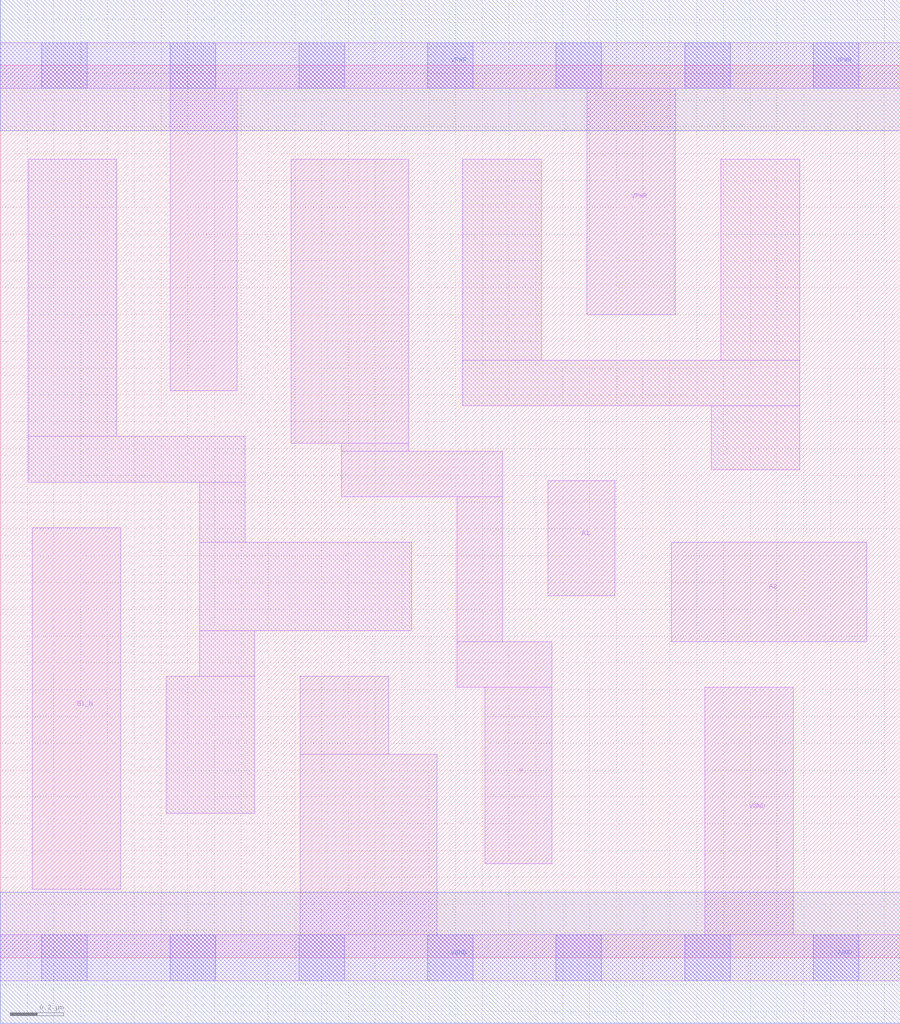
<source format=lef>
# Copyright 2020 The SkyWater PDK Authors
#
# Licensed under the Apache License, Version 2.0 (the "License");
# you may not use this file except in compliance with the License.
# You may obtain a copy of the License at
#
#     https://www.apache.org/licenses/LICENSE-2.0
#
# Unless required by applicable law or agreed to in writing, software
# distributed under the License is distributed on an "AS IS" BASIS,
# WITHOUT WARRANTIES OR CONDITIONS OF ANY KIND, either express or implied.
# See the License for the specific language governing permissions and
# limitations under the License.
#
# SPDX-License-Identifier: Apache-2.0

VERSION 5.7 ;
  NAMESCASESENSITIVE ON ;
  NOWIREEXTENSIONATPIN ON ;
  DIVIDERCHAR "/" ;
  BUSBITCHARS "[]" ;
UNITS
  DATABASE MICRONS 200 ;
END UNITS
MACRO sky130_fd_sc_ms__a21boi_1
  CLASS CORE ;
  SOURCE USER ;
  FOREIGN sky130_fd_sc_ms__a21boi_1 ;
  ORIGIN  0.000000  0.000000 ;
  SIZE  3.360000 BY  3.330000 ;
  SYMMETRY X Y ;
  SITE unit ;
  PIN A1
    ANTENNAGATEAREA  0.312600 ;
    DIRECTION INPUT ;
    USE SIGNAL ;
    PORT
      LAYER li1 ;
        RECT 2.045000 1.350000 2.295000 1.780000 ;
    END
  END A1
  PIN A2
    ANTENNAGATEAREA  0.312600 ;
    DIRECTION INPUT ;
    USE SIGNAL ;
    PORT
      LAYER li1 ;
        RECT 2.505000 1.180000 3.235000 1.550000 ;
    END
  END A2
  PIN B1_N
    ANTENNAGATEAREA  0.233700 ;
    DIRECTION INPUT ;
    USE SIGNAL ;
    PORT
      LAYER li1 ;
        RECT 0.120000 0.255000 0.450000 1.605000 ;
    END
  END B1_N
  PIN Y
    ANTENNADIFFAREA  0.498400 ;
    DIRECTION OUTPUT ;
    USE SIGNAL ;
    PORT
      LAYER li1 ;
        RECT 1.085000 1.920000 1.525000 2.980000 ;
        RECT 1.275000 1.720000 1.875000 1.890000 ;
        RECT 1.275000 1.890000 1.525000 1.920000 ;
        RECT 1.705000 1.010000 2.060000 1.180000 ;
        RECT 1.705000 1.180000 1.875000 1.720000 ;
        RECT 1.810000 0.350000 2.060000 1.010000 ;
    END
  END Y
  PIN VGND
    DIRECTION INOUT ;
    USE GROUND ;
    PORT
      LAYER li1 ;
        RECT 0.000000 -0.085000 3.360000 0.085000 ;
        RECT 1.120000  0.085000 1.630000 0.760000 ;
        RECT 1.120000  0.760000 1.450000 1.050000 ;
        RECT 2.630000  0.085000 2.960000 1.010000 ;
      LAYER mcon ;
        RECT 0.155000 -0.085000 0.325000 0.085000 ;
        RECT 0.635000 -0.085000 0.805000 0.085000 ;
        RECT 1.115000 -0.085000 1.285000 0.085000 ;
        RECT 1.595000 -0.085000 1.765000 0.085000 ;
        RECT 2.075000 -0.085000 2.245000 0.085000 ;
        RECT 2.555000 -0.085000 2.725000 0.085000 ;
        RECT 3.035000 -0.085000 3.205000 0.085000 ;
      LAYER met1 ;
        RECT 0.000000 -0.245000 3.360000 0.245000 ;
    END
  END VGND
  PIN VPWR
    DIRECTION INOUT ;
    USE POWER ;
    PORT
      LAYER li1 ;
        RECT 0.000000 3.245000 3.360000 3.415000 ;
        RECT 0.635000 2.115000 0.885000 3.245000 ;
        RECT 2.190000 2.400000 2.520000 3.245000 ;
      LAYER mcon ;
        RECT 0.155000 3.245000 0.325000 3.415000 ;
        RECT 0.635000 3.245000 0.805000 3.415000 ;
        RECT 1.115000 3.245000 1.285000 3.415000 ;
        RECT 1.595000 3.245000 1.765000 3.415000 ;
        RECT 2.075000 3.245000 2.245000 3.415000 ;
        RECT 2.555000 3.245000 2.725000 3.415000 ;
        RECT 3.035000 3.245000 3.205000 3.415000 ;
      LAYER met1 ;
        RECT 0.000000 3.085000 3.360000 3.575000 ;
    END
  END VPWR
  OBS
    LAYER li1 ;
      RECT 0.105000 1.775000 0.915000 1.945000 ;
      RECT 0.105000 1.945000 0.435000 2.980000 ;
      RECT 0.620000 0.540000 0.950000 1.050000 ;
      RECT 0.745000 1.050000 0.950000 1.220000 ;
      RECT 0.745000 1.220000 1.535000 1.550000 ;
      RECT 0.745000 1.550000 0.915000 1.775000 ;
      RECT 1.725000 2.060000 2.985000 2.230000 ;
      RECT 1.725000 2.230000 2.020000 2.980000 ;
      RECT 2.655000 1.820000 2.985000 2.060000 ;
      RECT 2.690000 2.230000 2.985000 2.980000 ;
  END
END sky130_fd_sc_ms__a21boi_1

</source>
